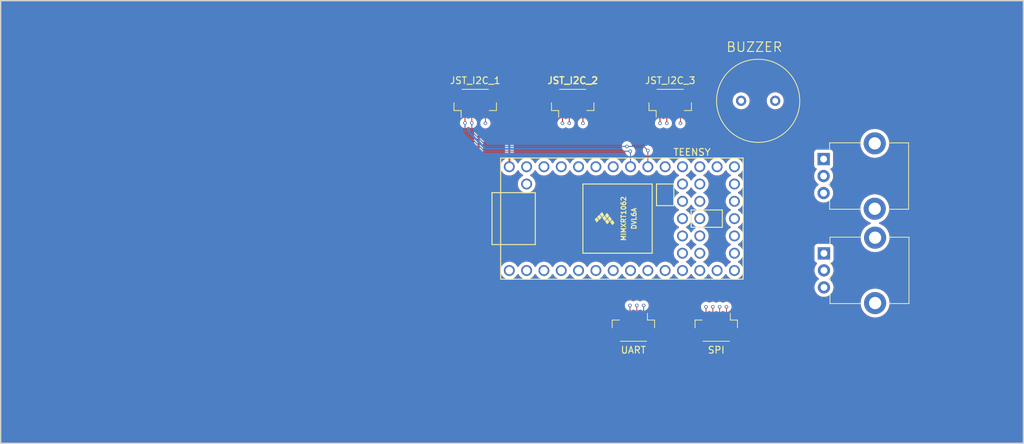
<source format=kicad_pcb>
(kicad_pcb (version 20241229) (generator "pcbnew") (generator_version "9.0")
  (layers (0 "F.Cu" power) (4 "In1.Cu" power) (6 "In2.Cu" signal) (2 "B.Cu" mixed) (13 "F.Paste" user) (15 "B.Paste" user) (5 "F.SilkS" user "F.Silkscreen") (7 "B.SilkS" user "B.Silkscreen") (1 "F.Mask" user) (3 "B.Mask" user) (25 "Edge.Cuts" user))
  (net 0 "")
  (net 1 "buzzer")
  (net 2 "GND")
  (net 3 "5V_PWR")
  (net 4 "SDA0")
  (net 5 "SCL0")
  (net 6 "SCK")
  (net 7 "CS")
  (net 8 "MOSI")
  (net 9 "MISO")
  (net 10 "TX2")
  (net 11 "RX2")
  (net 12 "POT1")
  (net 13 "POT2")
  (footprint "buzzer_footprint:XDCR_PS1240P02BT" (layer "F.Cu") (at 211.1 64.7)
    (property "Reference" "BUZZER" (at -0.555 -7.889 0) (layer "F.SilkS") (effects (font (size 1.4 1.4))))
    (property "Value" "XDCR_PS1240P02BT" (hide yes))
    (fp_circle (center 0 0) (end 6.1 0) (stroke (width 0.127)) (fill no) (layer "F.SilkS"))
    (pad "1" thru_hole circle (at -2.5 0) (size 1.5 1.5) (drill 0.85) (layers "*.Cu" "*.Mask") (net 1 "buzzer"))
    (pad "2" thru_hole circle (at 2.5 0) (size 1.5 1.5) (drill 0.85) (layers "*.Cu" "*.Mask") (net 2 "GND"))
  )
  (footprint "Connector_JST:JST_SH_BM04B-SRSS-TB_1x04-1MP_P1.00mm_Vertical" (layer "F.Cu") (at 192.8 98 180)
    (property "Reference" "UART" (at 0 -3.3 0) (layer "F.SilkS"))
    (property "Value" "JST_SH_BM04B-SRSS-TB_1x04-1MP_P1.00mm_Vertical" (hide yes))
    (fp_line (start 3.11 1.11) (end 2.06 1.11) (stroke (width 0.12)) (layer "F.SilkS"))
    (fp_line (start 3.11 -0.04) (end 3.11 1.11) (stroke (width 0.12)) (layer "F.SilkS"))
    (fp_line (start -1.94 -2.01) (end 1.94 -2.01) (stroke (width 0.12)) (layer "F.SilkS"))
    (fp_line (start -2.06 1.11) (end -2.06 2.1) (stroke (width 0.12)) (layer "F.SilkS"))
    (fp_line (start -3.11 1.11) (end -2.06 1.11) (stroke (width 0.12)) (layer "F.SilkS"))
    (fp_line (start -3.11 -0.04) (end -3.11 1.11) (stroke (width 0.12)) (layer "F.SilkS"))
    (pad "1" smd roundrect (at -1.5 1.325 180) (size 0.6 1.55) (layers "F.Cu" "F.Mask" "F.Paste") (net 10 "TX2"))
    (pad "2" smd roundrect (at -0.5 1.325 180) (size 0.6 1.55) (layers "F.Cu" "F.Mask" "F.Paste") (net 11 "RX2"))
    (pad "3" smd roundrect (at 0.5 1.325 180) (size 0.6 1.55) (layers "F.Cu" "F.Mask" "F.Paste") (net 2 "GND"))
    (pad "4" smd roundrect (at 1.5 1.325 180) (size 0.6 1.55) (layers "F.Cu" "F.Mask" "F.Paste") (net 3 "5V_PWR"))
    (pad "MP" smd roundrect (at -2.8 -1.2 180) (size 1.2 1.8) (layers "F.Cu" "F.Mask" "F.Paste") (roundrect_rratio 0.208333))
    (pad "MP" smd roundrect (at 2.8 -1.2 180) (size 1.2 1.8) (layers "F.Cu" "F.Mask" "F.Paste") (roundrect_rratio 0.208333))
  )
  (footprint "Connector_JST:JST_SH_BM04B-SRSS-TB_1x04-1MP_P1.00mm_Vertical" (layer "F.Cu") (at 169.5958 65.025)
    (property "Reference" "JST_I2C_1" (at 0 -3.3 0) (layer "F.SilkS"))
    (property "Value" "JST_SH_BM04B-SRSS-TB_1x04-1MP_P1.00mm_Vertical" (hide yes))
    (fp_line (start -3.11 -0.04) (end -3.11 1.11) (stroke (width 0.12)) (layer "F.SilkS"))
    (fp_line (start -3.11 1.11) (end -2.06 1.11) (stroke (width 0.12)) (layer "F.SilkS"))
    (fp_line (start -2.06 1.11) (end -2.06 2.1) (stroke (width 0.12)) (layer "F.SilkS"))
    (fp_line (start -1.94 -2.01) (end 1.94 -2.01) (stroke (width 0.12)) (layer "F.SilkS"))
    (fp_line (start 3.11 -0.04) (end 3.11 1.11) (stroke (width 0.12)) (layer "F.SilkS"))
    (fp_line (start 3.11 1.11) (end 2.06 1.11) (stroke (width 0.12)) (layer "F.SilkS"))
    (pad "1" smd roundrect (at -1.5 1.325) (size 0.6 1.55) (layers "F.Cu" "F.Mask" "F.Paste") (net 5 "SCL0"))
    (pad "2" smd roundrect (at -0.5 1.325) (size 0.6 1.55) (layers "F.Cu" "F.Mask" "F.Paste") (net 4 "SDA0"))
    (pad "3" smd roundrect (at 0.5 1.325) (size 0.6 1.55) (layers "F.Cu" "F.Mask" "F.Paste") (net 3 "5V_PWR"))
    (pad "4" smd roundrect (at 1.5 1.325) (size 0.6 1.55) (layers "F.Cu" "F.Mask" "F.Paste") (net 2 "GND"))
    (pad "MP" smd roundrect (at -2.8 -1.2) (size 1.2 1.8) (layers "F.Cu" "F.Mask" "F.Paste") (roundrect_rratio 0.208333))
    (pad "MP" smd roundrect (at 2.8 -1.2) (size 1.2 1.8) (layers "F.Cu" "F.Mask" "F.Paste") (roundrect_rratio 0.208333))
  )
  (footprint "Potentiometer_THT:Potentiometer_Alpha_RD901F-40-00D_Single_Vertical_CircularHoles" (layer "F.Cu") (at 220.75 87.1)
    (property "Reference" "REF**" (hide yes))
    (property "Value" "B25K")
    (fp_line (start 0.88 -2.38) (end 5.6 -2.38) (stroke (width 0.12)) (layer "F.SilkS"))
    (fp_line (start 0.88 -1.19) (end 0.88 -2.37) (stroke (width 0.12)) (layer "F.SilkS"))
    (fp_line (start 0.88 1.71) (end 0.88 1.18) (stroke (width 0.12)) (layer "F.SilkS"))
    (fp_line (start 0.88 4.16) (end 0.88 3.33) (stroke (width 0.12)) (layer "F.SilkS"))
    (fp_line (start 0.88 7.37) (end 0.88 5.88) (stroke (width 0.12)) (layer "F.SilkS"))
    (fp_line (start 0.88 7.37) (end 5.6 7.37) (stroke (width 0.12)) (layer "F.SilkS"))
    (fp_line (start 9.41 -2.37) (end 12.47 -2.37) (stroke (width 0.12)) (layer "F.SilkS"))
    (fp_line (start 9.41 7.37) (end 12.47 7.37) (stroke (width 0.12)) (layer "F.SilkS"))
    (fp_line (start 12.47 7.37) (end 12.47 -2.37) (stroke (width 0.12)) (layer "F.SilkS"))
    (pad "" thru_hole circle (at 7.5 -2.3 90) (size 3.24 3.24) (drill 1.8) (layers "*.Cu" "*.Mask"))
    (pad "" thru_hole circle (at 7.5 7.3 90) (size 3.24 3.24) (drill 1.8) (layers "*.Cu" "*.Mask"))
    (pad "1" thru_hole rect (at 0 0 90) (size 1.8 1.8) (drill 1) (layers "*.Cu" "*.Mask"))
    (pad "2" thru_hole circle (at 0 2.5 90) (size 1.8 1.8) (drill 1) (layers "*.Cu" "*.Mask") (net 13 "POT2"))
    (pad "3" thru_hole circle (at 0 5 90) (size 1.8 1.8) (drill 1) (layers "*.Cu" "*.Mask"))
  )
  (footprint "teensy.pretty-master:Teensy40" (layer "F.Cu") (at 191.11 82)
    (property "Reference" "TEENSY" (at 10.29 -9.75 0) (layer "F.SilkS"))
    (property "Value" "Teensy 4.0" (hide yes))
    (fp_line (start -19.05 -3.81) (end -17.78 -3.81) (stroke (width 0.15)) (layer "F.SilkS"))
    (fp_line (start -19.05 3.81) (end -19.05 -3.81) (stroke (width 0.15)) (layer "F.SilkS"))
    (fp_line (start -17.78 -8.89) (end 17.78 -8.89) (stroke (width 0.15)) (layer "F.SilkS"))
    (fp_line (start -17.78 3.81) (end -19.05 3.81) (stroke (width 0.15)) (layer "F.SilkS"))
    (fp_line (start -17.78 8.89) (end -17.78 -8.89) (stroke (width 0.15)) (layer "F.SilkS"))
    (fp_line (start -12.7 -3.81) (end -17.78 -3.81) (stroke (width 0.15)) (layer "F.SilkS"))
    (fp_line (start -12.7 3.81) (end -17.78 3.81) (stroke (width 0.15)) (layer "F.SilkS"))
    (fp_line (start -12.7 3.81) (end -12.7 -3.81) (stroke (width 0.15)) (layer "F.SilkS"))
    (fp_line (start -5.715 -5.08) (end -5.715 5.08) (stroke (width 0.15)) (layer "F.SilkS"))
    (fp_line (start 4.445 -5.08) (end -5.715 -5.08) (stroke (width 0.15)) (layer "F.SilkS"))
    (fp_line (start 4.445 5.08) (end -5.715 5.08) (stroke (width 0.15)) (layer "F.SilkS"))
    (fp_line (start 4.445 5.08) (end 4.445 -5.08) (stroke (width 0.15)) (layer "F.SilkS"))
    (fp_line (start 5.08 -5.08) (end 7.62 -5.08) (stroke (width 0.15)) (layer "F.SilkS"))
    (fp_line (start 5.08 -1.905) (end 5.08 -5.08) (stroke (width 0.15)) (layer "F.SilkS"))
    (fp_line (start 7.62 -5.08) (end 7.62 -1.905) (stroke (width 0.15)) (layer "F.SilkS"))
    (fp_line (start 7.62 -1.905) (end 5.08 -1.905) (stroke (width 0.15)) (layer "F.SilkS"))
    (fp_line (start 10.16 -1.27) (end 14.732 -1.27) (stroke (width 0.15)) (layer "F.SilkS"))
    (fp_line (start 10.16 1.27) (end 10.16 -1.27) (stroke (width 0.15)) (layer "F.SilkS"))
    (fp_line (start 14.732 -1.27) (end 14.732 1.27) (stroke (width 0.15)) (layer "F.SilkS"))
    (fp_line (start 14.732 1.27) (end 10.16 1.27) (stroke (width 0.15)) (layer "F.SilkS"))
    (fp_line (start 17.78 -8.89) (end 17.78 8.89) (stroke (width 0.15)) (layer "F.SilkS"))
    (fp_line (start 17.78 8.89) (end -17.78 8.89) (stroke (width 0.15)) (layer "F.SilkS"))
    (fp_poly (pts (xy -3.937 0.127) (xy -3.683 -0.127) (xy -3.429 0.254) (xy -3.683 0.508)) (stroke (width 0.1)) (fill yes) (layer "F.SilkS"))
    (fp_poly (pts (xy -3.556 -0.254) (xy -3.302 -0.508) (xy -3.048 -0.127) (xy -3.302 0.127)) (stroke (width 0.1)) (fill yes) (layer "F.SilkS"))
    (fp_poly (pts (xy -3.175 -0.635) (xy -2.921 -0.889) (xy -2.667 -0.508) (xy -2.921 -0.254)) (stroke (width 0.1)) (fill yes) (layer "F.SilkS"))
    (fp_poly (pts (xy -2.794 -0.127) (xy -2.54 -0.381) (xy -2.286 0) (xy -2.54 0.254)) (stroke (width 0.1)) (fill yes) (layer "F.SilkS"))
    (fp_poly (pts (xy -2.413 -0.508) (xy -2.159 -0.762) (xy -1.905 -0.381) (xy -2.159 -0.127)) (stroke (width 0.1)) (fill yes) (layer "F.SilkS"))
    (fp_poly (pts (xy -2.413 0.381) (xy -2.159 0.127) (xy -1.905 0.508) (xy -2.159 0.762)) (stroke (width 0.1)) (fill yes) (layer "F.SilkS"))
    (fp_poly (pts (xy -2.032 0) (xy -1.778 -0.254) (xy -1.524 0.127) (xy -1.778 0.381)) (stroke (width 0.1)) (fill yes) (layer "F.SilkS"))
    (fp_poly (pts (xy -1.651 0.508) (xy -1.397 0.254) (xy -1.143 0.635) (xy -1.397 0.889)) (stroke (width 0.1)) (fill yes) (layer "F.SilkS"))
    (fp_text user "MIMXRT1062" (at 0.254 0 90) (layer "F.SilkS") (effects (font (size 0.7 0.7))))
    (fp_text user "DVL6A" (at 1.778 0 90) (layer "F.SilkS") (effects (font (size 0.7 0.7))))
    (pad "1" thru_hole circle (at -16.51 7.62) (size 1.6 1.6) (drill 1.1) (layers "*.Cu" "*.Mask") (net 2 "GND"))
    (pad "2" thru_hole circle (at -13.97 7.62) (size 1.6 1.6) (drill 1.1) (layers "*.Cu" "*.Mask"))
    (pad "3" thru_hole circle (at -11.43 7.62) (size 1.6 1.6) (drill 1.1) (layers "*.Cu" "*.Mask"))
    (pad "4" thru_hole circle (at -8.89 7.62) (size 1.6 1.6) (drill 1.1) (layers "*.Cu" "*.Mask"))
    (pad "5" thru_hole circle (at -6.35 7.62) (size 1.6 1.6) (drill 1.1) (layers "*.Cu" "*.Mask"))
    (pad "6" thru_hole circle (at -3.81 7.62) (size 1.6 1.6) (drill 1.1) (layers "*.Cu" "*.Mask"))
    (pad "7" thru_hole circle (at -1.27 7.62) (size 1.6 1.6) (drill 1.1) (layers "*.Cu" "*.Mask"))
    (pad "8" thru_hole circle (at 1.27 7.62) (size 1.6 1.6) (drill 1.1) (layers "*.Cu" "*.Mask"))
    (pad "9" thru_hole circle (at 3.81 7.62) (size 1.6 1.6) (drill 1.1) (layers "*.Cu" "*.Mask") (net 11 "RX2"))
    (pad "10" thru_hole circle (at 6.35 7.62) (size 1.6 1.6) (drill 1.1) (layers "*.Cu" "*.Mask") (net 10 "TX2"))
    (pad "11" thru_hole circle (at 8.89 7.62) (size 1.6 1.6) (drill 1.1) (layers "*.Cu" "*.Mask"))
    (pad "12" thru_hole circle (at 11.43 7.62) (size 1.6 1.6) (drill 1.1) (layers "*.Cu" "*.Mask") (net 7 "CS"))
    (pad "13" thru_hole circle (at 13.97 7.62) (size 1.6 1.6) (drill 1.1) (layers "*.Cu" "*.Mask") (net 8 "MOSI"))
    (pad "14" thru_hole circle (at 16.51 7.62) (size 1.6 1.6) (drill 1.1) (layers "*.Cu" "*.Mask") (net 9 "MISO"))
    (pad "15" thru_hole circle (at 16.51 5.08) (size 1.6 1.6) (drill 1.1) (layers "*.Cu" "*.Mask"))
    (pad "16" thru_hole circle (at 16.51 2.54) (size 1.6 1.6) (drill 1.1) (layers "*.Cu" "*.Mask"))
    (pad "17" thru_hole circle (at 16.51 0) (size 1.6 1.6) (drill 1.1) (layers "*.Cu" "*.Mask"))
    (pad "18" thru_hole circle (at 16.51 -2.54) (size 1.6 1.6) (drill 1.1) (layers "*.Cu" "*.Mask"))
    (pad "19" thru_hole circle (at 16.51 -5.08) (size 1.6 1.6) (drill 1.1) (layers "*.Cu" "*.Mask"))
    (pad "20" thru_hole circle (at 16.51 -7.62) (size 1.6 1.6) (drill 1.1) (layers "*.Cu" "*.Mask") (net 6 "SCK"))
    (pad "21" thru_hole circle (at 13.97 -7.62) (size 1.6 1.6) (drill 1.1) (layers "*.Cu" "*.Mask") (net 13 "POT2"))
    (pad "22" thru_hole circle (at 11.43 -7.62) (size 1.6 1.6) (drill 1.1) (layers "*.Cu" "*.Mask") (net 12 "POT1"))
    (pad "23" thru_hole circle (at 8.89 -7.62) (size 1.6 1.6) (drill 1.1) (layers "*.Cu" "*.Mask") (net 1 "buzzer"))
    (pad "24" thru_hole circle (at 6.35 -7.62) (size 1.6 1.6) (drill 1.1) (layers "*.Cu" "*.Mask"))
    (pad "25" thru_hole circle (at 3.81 -7.62) (size 1.6 1.6) (drill 1.1) (layers "*.Cu" "*.Mask") (net 4 "SDA0"))
    (pad "26" thru_hole circle (at 1.27 -7.62) (size 1.6 1.6) (drill 1.1) (layers "*.Cu" "*.Mask") (net 5 "SCL0"))
    (pad "27" thru_hole circle (at -1.27 -7.62) (size 1.6 1.6) (drill 1.1) (layers "*.Cu" "*.Mask"))
    (pad "28" thru_hole circle (at -3.81 -7.62) (size 1.6 1.6) (drill 1.1) (layers "*.Cu" "*.Mask"))
    (pad "29" thru_hole circle (at -6.35 -7.62) (size 1.6 1.6) (drill 1.1) (layers "*.Cu" "*.Mask"))
    (pad "30" thru_hole circle (at -8.89 -7.62) (size 1.6 1.6) (drill 1.1) (layers "*.Cu" "*.Mask"))
    (pad "31" thru_hole circle (at -11.43 -7.62) (size 1.6 1.6) (drill 1.1) (layers "*.Cu" "*.Mask"))
    (pad "32" thru_hole circle (at -13.97 -7.62) (size 1.6 1.6) (drill 1.1) (layers "*.Cu" "*.Mask") (net 2 "GND"))
    (pad "33" thru_hole circle (at -16.51 -7.62) (size 1.6 1.6) (drill 1.1) (layers "*.Cu" "*.Mask") (net 3 "5V_PWR"))
    (pad "34" thru_hole circle (at -13.97 -5.08) (size 1.6 1.6) (drill 1.1) (layers "*.Cu" "*.Mask"))
    (pad "35" thru_hole circle (at 11.43 -5.08) (size 1.6 1.6) (drill 1.1) (layers "*.Cu" "*.Mask"))
    (pad "36" thru_hole circle (at 8.89 -5.08) (size 1.6 1.6) (drill 1.1) (layers "*.Cu" "*.Mask"))
    (pad "37" thru_hole circle (at 11.43 -2.54) (size 1.6 1.6) (drill 1.1) (layers "*.Cu" "*.Mask"))
    (pad "38" thru_hole circle (at 8.89 -2.54) (size 1.6 1.6) (drill 1.1) (layers "*.Cu" "*.Mask"))
    (pad "39" thru_hole circle (at 11.43 0) (size 1.6 1.6) (drill 1.1) (layers "*.Cu" "*.Mask"))
    (pad "40" thru_hole circle (at 8.89 0) (size 1.6 1.6) (drill 1.1) (layers "*.Cu" "*.Mask"))
    (pad "41" thru_hole circle (at 11.43 2.54) (size 1.6 1.6) (drill 1.1) (layers "*.Cu" "*.Mask"))
    (pad "42" thru_hole circle (at 8.89 2.54) (size 1.6 1.6) (drill 1.1) (layers "*.Cu" "*.Mask"))
    (pad "43" thru_hole circle (at 11.43 5.08) (size 1.6 1.6) (drill 1.1) (layers "*.Cu" "*.Mask"))
    (pad "44" thru_hole circle (at 8.89 5.08) (size 1.6 1.6) (drill 1.1) (layers "*.Cu" "*.Mask"))
  )
  (footprint "Connector_JST:JST_SH_BM04B-SRSS-TB_1x04-1MP_P1.00mm_Vertical" (layer "F.Cu") (at 204.95 98 180)
    (property "Reference" "SPI" (at 0 -3.3 0) (layer "F.SilkS"))
    (property "Value" "JST_SH_BM04B-SRSS-TB_1x04-1MP_P1.00mm_Vertical" (hide yes))
    (fp_line (start 3.11 1.11) (end 2.06 1.11) (stroke (width 0.12)) (layer "F.SilkS"))
    (fp_line (start 3.11 -0.04) (end 3.11 1.11) (stroke (width 0.12)) (layer "F.SilkS"))
    (fp_line (start -1.94 -2.01) (end 1.94 -2.01) (stroke (width 0.12)) (layer "F.SilkS"))
    (fp_line (start -2.06 1.11) (end -2.06 2.1) (stroke (width 0.12)) (layer "F.SilkS"))
    (fp_line (start -3.11 1.11) (end -2.06 1.11) (stroke (width 0.12)) (layer "F.SilkS"))
    (fp_line (start -3.11 -0.04) (end -3.11 1.11) (stroke (width 0.12)) (layer "F.SilkS"))
    (pad "1" smd roundrect (at -1.5 1.325 180) (size 0.6 1.55) (layers "F.Cu" "F.Mask" "F.Paste") (net 6 "SCK"))
    (pad "2" smd roundrect (at -0.5 1.325 180) (size 0.6 1.55) (layers "F.Cu" "F.Mask" "F.Paste") (net 9 "MISO"))
    (pad "3" smd roundrect (at 0.5 1.325 180) (size 0.6 1.55) (layers "F.Cu" "F.Mask" "F.Paste") (net 8 "MOSI"))
    (pad "4" smd roundrect (at 1.5 1.325 180) (size 0.6 1.55) (layers "F.Cu" "F.Mask" "F.Paste") (net 7 "CS"))
    (pad "MP" smd roundrect (at -2.8 -1.2 180) (size 1.2 1.8) (layers "F.Cu" "F.Mask" "F.Paste") (roundrect_rratio 0.208333))
    (pad "MP" smd roundrect (at 2.8 -1.2 180) (size 1.2 1.8) (layers "F.Cu" "F.Mask" "F.Paste") (roundrect_rratio 0.208333))
  )
  (footprint "Connector_JST:JST_SH_BM04B-SRSS-TB_1x04-1MP_P1.00mm_Vertical" (layer "F.Cu") (at 183.9 65.025)
    (property "Reference" "JST_I2C_2" (at 0 -3.3 0) (layer "F.SilkS") (effects (font (thickness 0.2) (bold yes))))
    (property "Value" "JST_SH_BM04B-SRSS-TB_1x04-1MP_P1.00mm_Vertical" (hide yes))
    (fp_line (start -3.11 -0.04) (end -3.11 1.11) (stroke (width 0.12)) (layer "F.SilkS"))
    (fp_line (start -3.11 1.11) (end -2.06 1.11) (stroke (width 0.12)) (layer "F.SilkS"))
    (fp_line (start -2.06 1.11) (end -2.06 2.1) (stroke (width 0.12)) (layer "F.SilkS"))
    (fp_line (start -1.94 -2.01) (end 1.94 -2.01) (stroke (width 0.12)) (layer "F.SilkS"))
    (fp_line (start 3.11 -0.04) (end 3.11 1.11) (stroke (width 0.12)) (layer "F.SilkS"))
    (fp_line (start 3.11 1.11) (end 2.06 1.11) (stroke (width 0.12)) (layer "F.SilkS"))
    (pad "1" smd roundrect (at -1.5 1.325) (size 0.6 1.55) (layers "F.Cu" "F.Mask" "F.Paste") (net 5 "SCL0"))
    (pad "2" smd roundrect (at -0.5 1.325) (size 0.6 1.55) (layers "F.Cu" "F.Mask" "F.Paste") (net 4 "SDA0"))
    (pad "3" smd roundrect (at 0.5 1.325) (size 0.6 1.55) (layers "F.Cu" "F.Mask" "F.Paste") (net 3 "5V_PWR"))
    (pad "4" smd roundrect (at 1.5 1.325) (size 0.6 1.55) (layers "F.Cu" "F.Mask" "F.Paste") (net 2 "GND"))
    (pad "MP" smd roundrect (at -2.8 -1.2) (size 1.2 1.8) (layers "F.Cu" "F.Mask" "F.Paste") (roundrect_rratio 0.208333))
    (pad "MP" smd roundrect (at 2.8 -1.2) (size 1.2 1.8) (layers "F.Cu" "F.Mask" "F.Paste") (roundrect_rratio 0.208333))
  )
  (footprint "Connector_JST:JST_SH_BM04B-SRSS-TB_1x04-1MP_P1.00mm_Vertical" (layer "F.Cu") (at 198.2 65.025)
    (property "Reference" "JST_I2C_3" (at 0 -3.3 0) (layer "F.SilkS"))
    (property "Value" "JST_SH_BM04B-SRSS-TB_1x04-1MP_P1.00mm_Vertical" (hide yes))
    (fp_line (start -3.11 -0.04) (end -3.11 1.11) (stroke (width 0.12)) (layer "F.SilkS"))
    (fp_line (start -3.11 1.11) (end -2.06 1.11) (stroke (width 0.12)) (layer "F.SilkS"))
    (fp_line (start -2.06 1.11) (end -2.06 2.1) (stroke (width 0.12)) (layer "F.SilkS"))
    (fp_line (start -1.94 -2.01) (end 1.94 -2.01) (stroke (width 0.12)) (layer "F.SilkS"))
    (fp_line (start 3.11 -0.04) (end 3.11 1.11) (stroke (width 0.12)) (layer "F.SilkS"))
    (fp_line (start 3.11 1.11) (end 2.06 1.11) (stroke (width 0.12)) (layer "F.SilkS"))
    (pad "1" smd roundrect (at -1.5 1.325) (size 0.6 1.55) (layers "F.Cu" "F.Mask" "F.Paste") (net 5 "SCL0"))
    (pad "2" smd roundrect (at -0.5 1.325) (size 0.6 1.55) (layers "F.Cu" "F.Mask" "F.Paste") (net 4 "SDA0"))
    (pad "3" smd roundrect (at 0.5 1.325) (size 0.6 1.55) (layers "F.Cu" "F.Mask" "F.Paste") (net 3 "5V_PWR"))
    (pad "4" smd roundrect (at 1.5 1.325) (size 0.6 1.55) (layers "F.Cu" "F.Mask" "F.Paste") (net 2 "GND"))
    (pad "MP" smd roundrect (at -2.8 -1.2) (size 1.2 1.8) (layers "F.Cu" "F.Mask" "F.Paste") (roundrect_rratio 0.208333))
    (pad "MP" smd roundrect (at 2.8 -1.2) (size 1.2 1.8) (layers "F.Cu" "F.Mask" "F.Paste") (roundrect_rratio 0.208333))
  )
  (footprint "Potentiometer_THT:Potentiometer_Alpha_RD901F-40-00D_Single_Vertical_CircularHoles" (layer "F.Cu") (at 220.7 73.25)
    (property "Reference" "REF**" (hide yes))
    (property "Value" "B25K")
    (fp_line (start 0.88 -2.38) (end 5.6 -2.38) (stroke (width 0.12)) (layer "F.SilkS"))
    (fp_line (start 0.88 -1.19) (end 0.88 -2.37) (stroke (width 0.12)) (layer "F.SilkS"))
    (fp_line (start 0.88 1.71) (end 0.88 1.18) (stroke (width 0.12)) (layer "F.SilkS"))
    (fp_line (start 0.88 4.16) (end 0.88 3.33) (stroke (width 0.12)) (layer "F.SilkS"))
    (fp_line (start 0.88 7.37) (end 0.88 5.88) (stroke (width 0.12)) (layer "F.SilkS"))
    (fp_line (start 0.88 7.37) (end 5.6 7.37) (stroke (width 0.12)) (layer "F.SilkS"))
    (fp_line (start 9.41 -2.37) (end 12.47 -2.37) (stroke (width 0.12)) (layer "F.SilkS"))
    (fp_line (start 9.41 7.37) (end 12.47 7.37) (stroke (width 0.12)) (layer "F.SilkS"))
    (fp_line (start 12.47 7.37) (end 12.47 -2.37) (stroke (width 0.12)) (layer "F.SilkS"))
    (pad "" thru_hole circle (at 7.5 -2.3 90) (size 3.24 3.24) (drill 1.8) (layers "*.Cu" "*.Mask"))
    (pad "" thru_hole circle (at 7.5 7.3 90) (size 3.24 3.24) (drill 1.8) (layers "*.Cu" "*.Mask"))
    (pad "1" thru_hole rect (at 0 0 90) (size 1.8 1.8) (drill 1) (layers "*.Cu" "*.Mask"))
    (pad "2" thru_hole circle (at 0 2.5 90) (size 1.8 1.8) (drill 1) (layers "*.Cu" "*.Mask") (net 12 "POT1"))
    (pad "3" thru_hole circle (at 0 5 90) (size 1.8 1.8) (drill 1) (layers "*.Cu" "*.Mask"))
  )
  (gr_rect (start 100 50) (end 250 115) (stroke (width 0.2)) (fill no) (layer "Edge.Cuts"))
  (segment (start 171.0958 68) (end 171.0958 66.35) (width 0.127) (layer "F.Cu") (net 2))
  (segment (start 185.4 66.35) (end 185.4 68) (width 0.1524) (layer "F.Cu") (net 2))
  (segment (start 192.3 94.75) (end 192.3 96.675) (width 0.127) (layer "F.Cu") (net 2))
  (segment (start 199.7 68) (end 199.7 66.35) (width 0.127) (layer "F.Cu") (net 2))
  (via (at 199.7 68) (size 0.508) (drill 0.300228) (layers "F.Cu" "B.Cu") (net 2))
  (via (at 192.3 94.75) (size 0.508) (drill 0.300228) (layers "F.Cu" "B.Cu") (net 2))
  (via (at 171.0958 68) (size 0.508) (drill 0.300228) (layers "F.Cu" "B.Cu") (net 2))
  (via (at 185.4 68) (size 0.508) (drill 0.300228) (layers "F.Cu" "B.Cu") (net 2))
  (segment (start 197.7 66.35) (end 197.7 68.1) (width 0.1524) (layer "F.Cu") (net 4))
  (segment (start 169.0958 66.35) (end 169.0958 67.9458) (width 0.127) (layer "F.Cu") (net 4))
  (segment (start 169.0958 67.9458) (end 169.1 67.95) (width 0.127) (layer "F.Cu") (net 4))
  (segment (start 194.92 72) (end 194.9 72) (width 0.1524) (layer "F.Cu") (net 4))
  (segment (start 183.4 66.35) (end 183.4 68) (width 0.1524) (layer "F.Cu") (net 4))
  (via (at 191.85 71.4) (size 0.508) (drill 0.300228) (layers "F.Cu" "B.Cu") (net 4))
  (via (at 194.92 72) (size 0.508) (drill 0.300228) (layers "F.Cu" "B.Cu") (net 4))
  (via (at 169.1 67.95) (size 0.508) (drill 0.300228) (layers "F.Cu" "B.Cu") (net 4))
  (via (at 197.7 68) (size 0.508) (drill 0.300228) (layers "F.Cu" "B.Cu") (net 4))
  (via (at 183.4 68) (size 0.508) (drill 0.300228) (layers "F.Cu" "B.Cu") (net 4))
  (segment (start 169.1 69.2) (end 169.1 67.95) (width 0.1524) (layer "B.Cu") (net 4))
  (segment (start 194.3 71.4) (end 191.85 71.4) (width 0.1524) (layer "B.Cu") (net 4))
  (segment (start 194.9 72) (end 194.3 71.4) (width 0.1524) (layer "B.Cu") (net 4))
  (segment (start 191.85 71.4) (end 171.3 71.4) (width 0.1524) (layer "B.Cu") (net 4))
  (segment (start 194.92 72) (end 194.92 74.38) (width 0.1524) (layer "B.Cu") (net 4))
  (segment (start 171.3 71.4) (end 169.1 69.2) (width 0.1524) (layer "B.Cu") (net 4))
  (segment (start 168.0958 66.35) (end 168.0958 67.9458) (width 0.127) (layer "F.Cu") (net 5))
  (segment (start 196.7 66.35) (end 196.7 68.1) (width 0.1524) (layer "F.Cu") (net 5))
  (segment (start 182.4 66.35) (end 182.4 68) (width 0.1524) (layer "F.Cu") (net 5))
  (segment (start 168.0958 67.9458) (end 168.1 67.95) (width 0.127) (layer "F.Cu") (net 5))
  (segment (start 192.38 72.13) (end 192.35 72.1) (width 0.1524) (layer "F.Cu") (net 5))
  (via (at 192.35 72.1) (size 0.508) (drill 0.300228) (layers "F.Cu" "B.Cu") (net 5))
  (via (at 182.4 68) (size 0.508) (drill 0.300228) (layers "F.Cu" "B.Cu") (net 5))
  (via (at 168.1 67.95) (size 0.508) (drill 0.300228) (layers "F.Cu" "B.Cu") (net 5))
  (via (at 196.7 68) (size 0.508) (drill 0.300228) (layers "F.Cu" "B.Cu") (net 5))
  (segment (start 192.38 74.38) (end 192.38 72.13) (width 0.1524) (layer "B.Cu") (net 5))
  (segment (start 168.1 69.25) (end 168.1 67.95) (width 0.1524) (layer "B.Cu") (net 5))
  (segment (start 170.95 72.1) (end 168.1 69.25) (width 0.1524) (layer "B.Cu") (net 5))
  (segment (start 192.35 72.1) (end 170.95 72.1) (width 0.1524) (layer "B.Cu") (net 5))
  (segment (start 206.45 94.95) (end 206.45 96.675) (width 0.127) (layer "F.Cu") (net 6))
  (via (at 206.45 94.95) (size 0.508) (drill 0.300228) (layers "F.Cu" "B.Cu") (net 6))
  (segment (start 203.45 94.95) (end 203.45 96.675) (width 0.127) (layer "F.Cu") (net 7))
  (via (at 203.45 94.95) (size 0.508) (drill 0.300228) (layers "F.Cu" "B.Cu") (net 7))
  (segment (start 204.45 94.95) (end 204.45 96.675) (width 0.127) (layer "F.Cu") (net 8))
  (via (at 204.45 94.95) (size 0.508) (drill 0.300228) (layers "F.Cu" "B.Cu") (net 8))
  (segment (start 205.45 94.95) (end 205.45 96.675) (width 0.127) (layer "F.Cu") (net 9))
  (via (at 205.45 94.95) (size 0.508) (drill 0.300228) (layers "F.Cu" "B.Cu") (net 9))
  (segment (start 194.3 94.75) (end 194.3 96.675) (width 0.127) (layer "F.Cu") (net 10))
  (via (at 194.3 94.75) (size 0.508) (drill 0.300228) (layers "F.Cu" "B.Cu") (net 10))
  (segment (start 193.3 94.75) (end 193.3 96.675) (width 0.127) (layer "F.Cu") (net 11))
  (via (at 193.3 94.75) (size 0.508) (drill 0.300228) (layers "F.Cu" "B.Cu") (net 11))
  (zone (net 3) (net_name "5V_PWR") (layer "F.Cu") (priority 4) (connect_pads yes (clearance 0.5)) (min_thickness 0.25) (fill yes (thermal_gap 0.5) (thermal_bridge_width 0.5))
    (polygon (pts (xy 198.55 66.65) (xy 198.85 66.65) (xy 198.85 70.15) (xy 198.55 70.15)))
  )
  (zone (net 3) (net_name "5V_PWR") (layer "F.Cu") (priority 3) (connect_pads yes (clearance 0.5)) (min_thickness 0.25) (fill yes (thermal_gap 0.5) (thermal_bridge_width 0.5))
    (polygon (pts (xy 184.25 66.7) (xy 184.55 66.7) (xy 184.55 70.15) (xy 184.25 70.15)))
  )
  (zone (net 0) (net_name "") (layer "F.Cu") (priority 2) (connect_pads (clearance 0.5)) (min_thickness 0.25) (fill yes (thermal_gap 0.5) (thermal_bridge_width 0.5) (island_removal_mode 1) (island_area_min 9.999999))
    (polygon (pts (xy 100 58.5) (xy 109.5 58.5) (xy 109.5 50) (xy 250 50) (xy 250 115) (xy 109.5 115) (xy 109.5 106.5) (xy 100 106.5)))
  )
  (zone (net 3) (net_name "5V_PWR") (layer "F.Cu") (priority 10) (connect_pads yes (clearance 0.5)) (min_thickness 0.25) (fill yes (thermal_gap 0.5) (thermal_bridge_width 0.5))
    (polygon (pts (xy 169.95 94.5) (xy 169.95 94.811953) (xy 191.45 94.899176) (xy 191.45 94.549533)))
  )
  (zone (net 3) (net_name "5V_PWR") (layer "F.Cu") (priority 8) (connect_pads yes (clearance 0.5)) (min_thickness 0.25) (fill yes (thermal_gap 0.5) (thermal_bridge_width 0.5))
    (polygon (pts (xy 169.95 94.811953) (xy 169.95 66.4) (xy 170.25 66.4) (xy 170.25 94.804029)))
  )
  (zone (net 3) (net_name "5V_PWR") (layer "F.Cu") (priority 6) (connect_pads (clearance 0.5)) (min_thickness 0.25) (fill yes (thermal_gap 0.5) (thermal_bridge_width 0.5))
    (polygon (pts (xy 169.95 69.85) (xy 198.85 69.85) (xy 198.85 70.15) (xy 169.95 70.21046)))
  )
  (zone (net 3) (net_name "5V_PWR") (layer "F.Cu") (priority 1) (connect_pads (clearance 0.5)) (min_thickness 0.25) (fill yes (thermal_gap 0.5) (thermal_bridge_width 0.5) (island_removal_mode 1) (island_area_min 9.999998))
    (polygon (pts (xy 100 107) (xy 100 115) (xy 109 115) (xy 109 107)))
  )
  (zone (net 3) (net_name "5V_PWR") (layer "F.Cu") (priority 11) (connect_pads yes (clearance 0.5)) (min_thickness 0.25) (fill yes (thermal_gap 0.5) (thermal_bridge_width 0.5))
    (polygon (pts (xy 191.15 96.55) (xy 191.45 96.55) (xy 191.45 94.549533) (xy 191.15 94.549533)))
  )
  (zone (net 3) (net_name "5V_PWR") (layer "F.Cu") (priority 5) (connect_pads yes (clearance 0.5)) (min_thickness 0.25) (fill yes (thermal_gap 0.5) (thermal_bridge_width 0.5))
    (polygon (pts (xy 174.499397 74.35) (xy 174.75 74.35) (xy 174.75 69.85) (xy 174.445181 69.85)))
  )
  (zone (net 3) (net_name "5V_PWR") (layer "F.Cu") (priority 1) (connect_pads (clearance 0.5)) (min_thickness 0.25) (fill yes (thermal_gap 0.5) (thermal_bridge_width 0.5) (island_removal_mode 1) (island_area_min 9.999998))
    (polygon (pts (xy 100 50) (xy 100 58) (xy 109 58) (xy 109 50)))
  )
  (zone (net 0) (net_name "") (layer "B.Cu") (priority 9) (connect_pads yes (clearance 0.5)) (min_thickness 0.25) (fill yes (thermal_gap 0.5) (thermal_bridge_width 0.5) (island_removal_mode 1) (island_area_min 9.999999))
    (polygon (pts (xy 100 50) (xy 100 114.95) (xy 249.95 115) (xy 249.95 50)))
  )
)
</source>
